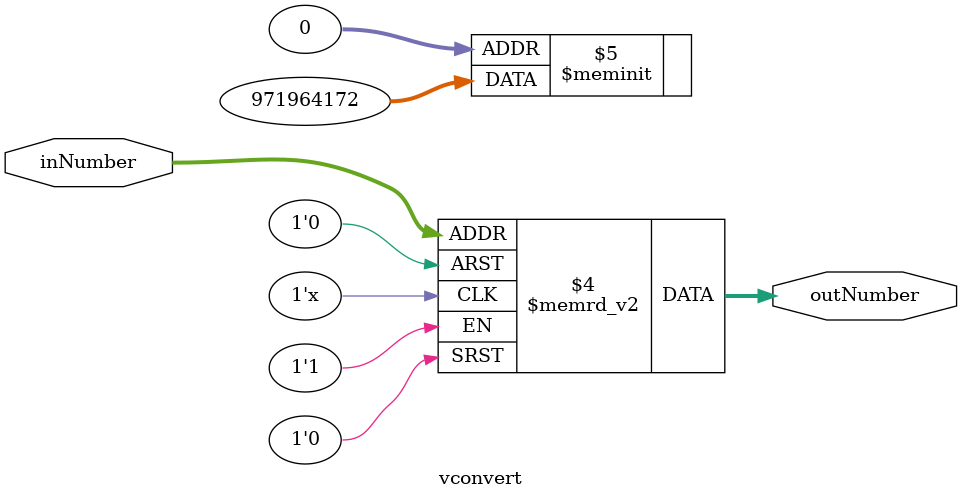
<source format=v>
`timescale 1ns / 1ps
module vconvert(
    input [2:0] inNumber,
    output reg[3:0] outNumber
    );
always @ *
	case(inNumber)
		3'b000 : outNumber = 4'b1100;
		3'b001 : outNumber = 4'b0000;
		3'b010 : outNumber = 4'b1111;
		3'b011 : outNumber = 4'b1111;
		3'b100 : outNumber = 4'b1110;
		3'b101 : outNumber = 4'b1110;
		3'b110 : outNumber = 4'b1001;
		3'b111 : outNumber = 4'b0011;
	endcase

endmodule

</source>
